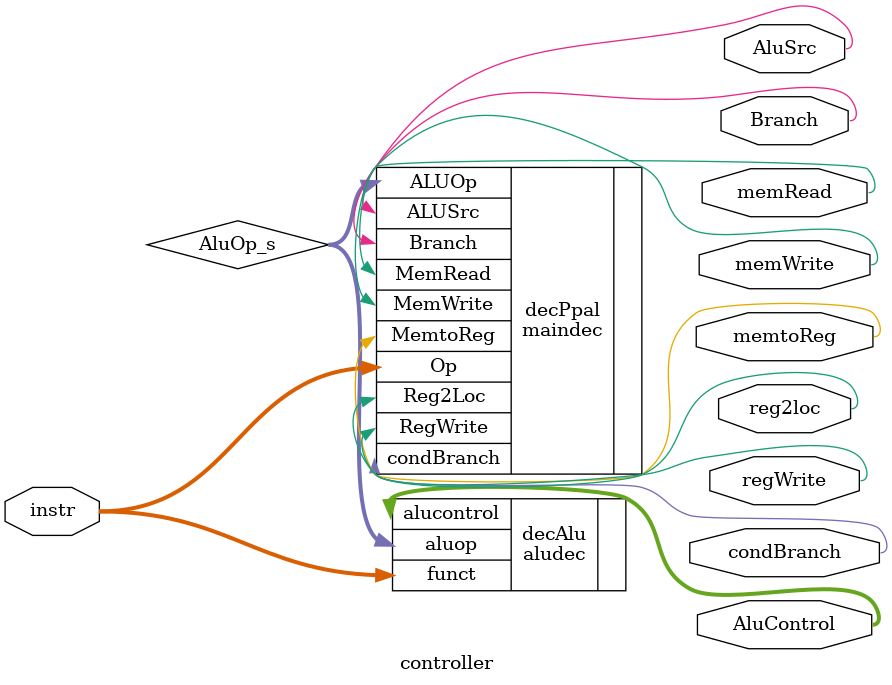
<source format=sv>

module controller(input logic [10:0] instr,
						output logic [3:0] AluControl,						
						output logic reg2loc, regWrite, AluSrc, Branch, condBranch,
											memtoReg, memRead, memWrite);
											
	logic [1:0] AluOp_s;
											
	maindec 	decPpal 	(.Op(instr), 
							.Reg2Loc(reg2loc), 
							.ALUSrc(AluSrc), 
							.MemtoReg(memtoReg), 
							.RegWrite(regWrite), 
							.MemRead(memRead), 
							.MemWrite(memWrite), 
							.condBranch(condBranch),
							.Branch(Branch), 
							.ALUOp(AluOp_s));	
					
								
	aludec 	decAlu 	(.funct(instr), 
							.aluop(AluOp_s), 
							.alucontrol(AluControl));
			
endmodule

</source>
